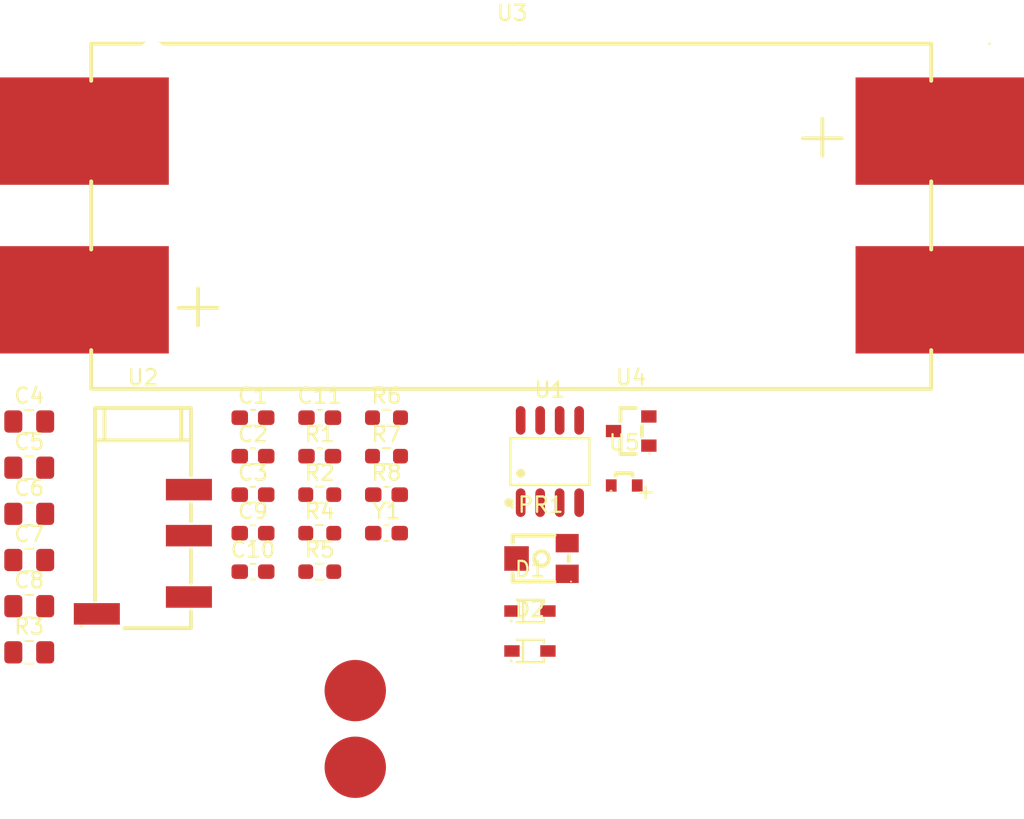
<source format=kicad_pcb>
(kicad_pcb (version 20221018) (generator pcbnew)
  (layers (0 "F.Cu" signal) (31 "B.Cu" signal) (34 "B.Paste" user) (35 "F.Paste" user) (36 "B.SilkS" user "B.Silkscreen") (37 "F.SilkS" user "F.Silkscreen") (38 "B.Mask" user) (39 "F.Mask" user) (44 "Edge.Cuts" user))
  (net 0 "")
  (net 1 "Net-(C1-Pad1)")
  (net 2 "GND")
  (net 3 "Net-(C2-Pad1)")
  (net 4 "Net-(D1-K)")
  (net 5 "Net-(C3-Pad2)")
  (net 6 "Net-(U1B-OUTB)")
  (net 7 "Net-(C4-Pad2)")
  (net 8 "+3V0")
  (net 9 "Net-(U1B-INB-)")
  (net 10 "Net-(U1A-INA-)")
  (net 11 "Net-(U1A-OUTA)")
  (net 12 "Net-(R3-Pad1)")
  (net 13 "+BATT")
  (net 14 "/mic")
  (net 15 "Net-(U5-A)")
  (net 16 "Net-(U3-Pad2)")
  (footprint "Capacitor_SMD:C_0603_1608Metric_Pad1.08x0.95mm_HandSolder" (layer "F.Cu") (at 97.474924 88.904974)
    (fp_text reference "C3" (at 0 -1.43) (layer "F.SilkS"))
    (fp_text value "1u")
    (fp_line (start -0.146267 -0.51) (end 0.146267 -0.51) (stroke (width 0.12)) (layer "F.SilkS"))
    (fp_line (start -0.146267 0.51) (end 0.146267 0.51) (stroke (width 0.12)) (layer "F.SilkS"))
    (pad "1" smd roundrect (at -0.8625 0) (size 1.075 0.95) (layers "F.Cu" "F.Paste" "F.Mask") (net 2 "GND"))
    (pad "2" smd roundrect (at 0.8625 0) (size 1.075 0.95) (layers "F.Cu" "F.Paste" "F.Mask") (net 5 "Net-(C3-Pad2)"))
  )
  (footprint "Capacitor_SMD:C_0805_2012Metric_Pad1.18x1.45mm_HandSolder" (layer "F.Cu") (at 82.894924 90.154974)
    (fp_text reference "C6" (at 0 -1.68) (layer "F.SilkS"))
    (fp_text value "47u")
    (fp_line (start -0.261252 -0.735) (end 0.261252 -0.735) (stroke (width 0.12)) (layer "F.SilkS"))
    (fp_line (start -0.261252 0.735) (end 0.261252 0.735) (stroke (width 0.12)) (layer "F.SilkS"))
    (pad "1" smd roundrect (at -1.0375 0) (size 1.175 1.45) (layers "F.Cu" "F.Paste" "F.Mask") (roundrect_rratio 0.212766) (net 6 "Net-(U1B-OUTB)"))
    (pad "2" smd roundrect (at 1.0375 0) (size 1.175 1.45) (layers "F.Cu" "F.Paste" "F.Mask") (roundrect_rratio 0.212766) (net 7 "Net-(C4-Pad2)"))
  )
  (footprint "footprint:AUDIO-SMD_PJ-320D" (layer "F.Cu") (at 90.299924 92.627002)
    (fp_text reference "U2" (at 0.005004 -11.370028) (layer "F.SilkS"))
    (fp_text value "PJ-320D")
    (fp_line (start -3.11999 -9.370028) (end -3.11999 3.189967) (stroke (width 0.254001)) (layer "F.SilkS"))
    (fp_line (start -3.11999 -9.370028) (end 3.129997 -9.370028) (stroke (width 0.254001)) (layer "F.SilkS"))
    (fp_line (start -2.5 -9.370028) (end -2.5 -7.264288) (stroke (width 0.254001)) (layer "F.SilkS"))
    (fp_line (start 2.499975 -7.264288) (end 2.499975 -9.370028) (stroke (width 0.254001)) (layer "F.SilkS"))
    (fp_line (start 3.129997 -9.370028) (end 3.129997 -4.981179) (stroke (width 0.254001)) (layer "F.SilkS"))
    (fp_line (start 3.129997 -7.264288) (end -3.11999 -7.264288) (stroke (width 0.254001)) (layer "F.SilkS"))
    (fp_line (start 3.129997 -3.118898) (end 3.129997 -1.981153) (stroke (width 0.254001)) (layer "F.SilkS"))
    (fp_line (start 3.129997 -0.118872) (end 3.129997 2.018847) (stroke (width 0.254001)) (layer "F.SilkS"))
    (fp_line (start 3.129997 3.881128) (end 3.129997 4.979959) (stroke (width 0.254001)) (layer "F.SilkS"))
    (fp_line (start 3.129997 4.979959) (end -1.210008 4.979959) (stroke (width 0.254001)) (layer "F.SilkS"))
    (fp_circle (center -4 4.849886) (end -3.970028 4.849886) (stroke (width 0.059995)) (fill none) (layer "F.SilkS"))
    (pad "" np_thru_hole circle (at 0 -5.549911) (size 1.2 1.2) (drill 1.2) (layers "*.Cu" "*.Mask"))
    (pad "" np_thru_hole circle (at 0 1.450089) (size 1.2 1.2) (drill 1.2) (layers "*.Cu" "*.Mask"))
    (pad "1" smd rect (at -3 4.050038) (size 3 1.4) (layers "F.Cu" "F.Paste" "F.Mask") (net 14 "/mic"))
    (pad "2" smd rect (at 3 -4.050038) (size 3 1.4) (layers "F.Cu" "F.Paste" "F.Mask") (net 2 "GND"))
    (pad "3" smd rect (at 3 -1.050038) (size 3 1.4) (layers "F.Cu" "F.Paste" "F.Mask") (net 7 "Net-(C4-Pad2)"))
    (pad "4" smd rect (at 3 2.949962) (size 3 1.4) (layers "F.Cu" "F.Paste" "F.Mask") (net 7 "Net-(C4-Pad2)"))
  )
  (footprint "Capacitor_SMD:C_0805_2012Metric_Pad1.18x1.45mm_HandSolder" (layer "F.Cu") (at 82.894924 84.134974)
    (fp_text reference "C4" (at 0 -1.68) (layer "F.SilkS"))
    (fp_text value "47u")
    (fp_line (start -0.261252 -0.735) (end 0.261252 -0.735) (stroke (width 0.12)) (layer "F.SilkS"))
    (fp_line (start -0.261252 0.735) (end 0.261252 0.735) (stroke (width 0.12)) (layer "F.SilkS"))
    (pad "1" smd roundrect (at -1.0375 0) (size 1.175 1.45) (layers "F.Cu" "F.Paste" "F.Mask") (roundrect_rratio 0.212766) (net 6 "Net-(U1B-OUTB)"))
    (pad "2" smd roundrect (at 1.0375 0) (size 1.175 1.45) (layers "F.Cu" "F.Paste" "F.Mask") (roundrect_rratio 0.212766) (net 7 "Net-(C4-Pad2)"))
  )
  (footprint "footprint:SOT-23_L2.9-W1.3-P1.90-LS2.4-BR" (layer "F.Cu") (at 122.119937 84.756974)
    (fp_text reference "U4" (at 0 -3.5) (layer "F.SilkS"))
    (fp_text value "AO3401A")
    (fp_line (start -0.7 -1.5) (end 0.300025 -1.5) (stroke (width 0.254001)) (layer "F.SilkS"))
    (fp_line (start -0.7 -0.635992) (end -0.7 -1.5) (stroke (width 0.254001)) (layer "F.SilkS"))
    (fp_line (start -0.7 1.5) (end -0.7 0.635992) (stroke (width 0.254001)) (layer "F.SilkS"))
    (fp_line (start -0.7 1.5) (end 0.300025 1.5) (stroke (width 0.254001)) (layer "F.SilkS"))
    (fp_line (start 0.7 0.31397) (end 0.7 -0.31397) (stroke (width 0.254001)) (layer "F.SilkS"))
    (fp_circle (center 1.2 1.449987) (end 1.229997 1.449987) (stroke (width 0.059995)) (fill none) (layer "F.SilkS"))
    (pad "1" smd rect (at 1.150013 0.950013 180) (size 1 0.8) (layers "F.Cu" "F.Paste" "F.Mask") (net 14 "/mic"))
    (pad "2" smd rect (at 1.150013 -0.950013 180) (size 1 0.8) (layers "F.Cu" "F.Paste" "F.Mask") (net 13 "+BATT"))
    (pad "3" smd rect (at -1.150013 -0.000051 180) (size 1 0.8) (layers "F.Cu" "F.Paste" "F.Mask") (net 8 "+3V0"))
  )
  (footprint "Capacitor_SMD:C_0603_1608Metric_Pad1.08x0.95mm_HandSolder" (layer "F.Cu") (at 97.474924 91.414974)
    (fp_text reference "C9" (at 0 -1.43) (layer "F.SilkS"))
    (fp_text value "1u")
    (fp_line (start -0.146267 -0.51) (end 0.146267 -0.51) (stroke (width 0.12)) (layer "F.SilkS"))
    (fp_line (start -0.146267 0.51) (end 0.146267 0.51) (stroke (width 0.12)) (layer "F.SilkS"))
    (pad "1" smd roundrect (at -0.8625 0) (size 1.075 0.95) (layers "F.Cu" "F.Paste" "F.Mask") (net 8 "+3V0"))
    (pad "2" smd roundrect (at 0.8625 0) (size 1.075 0.95) (layers "F.Cu" "F.Paste" "F.Mask") (net 2 "GND"))
  )
  (footprint "footprint:BAT-SMD_BH-AAA-B5AA001" (layer "F.Cu") (at 114.364968 70.7)
    (fp_text reference "U3" (at 0 -13.2) (layer "F.SilkS"))
    (fp_text value "BH-AAA-B5AK001")
    (fp_line (start -27.432029 -8.781153) (end -27.432029 -11.175997) (stroke (width 0.254001)) (layer "F.SilkS"))
    (fp_line (start -27.432029 2.218872) (end -27.432029 -2.218847) (stroke (width 0.254001)) (layer "F.SilkS"))
    (fp_line (start -27.432029 11.303048) (end -27.432029 8.781179) (stroke (width 0.254001)) (layer "F.SilkS"))
    (fp_line (start -24.209627 11.303048) (end -27.432029 11.303048) (stroke (width 0.254001)) (layer "F.SilkS"))
    (fp_line (start -21.740005 6.01999) (end -19.2 6.01999) (stroke (width 0.254001)) (layer "F.SilkS"))
    (fp_line (start -20.470003 4.749987) (end -20.470003 7.162992) (stroke (width 0.254001)) (layer "F.SilkS"))
    (fp_line (start 0.016053 -11.2) (end -27.432029 -11.2) (stroke (width 0.254001)) (layer "F.SilkS"))
    (fp_line (start 0.016053 -11.2) (end 27.30508 -11.2) (stroke (width 0.254001)) (layer "F.SilkS"))
    (fp_line (start 18.940005 -5.029997) (end 21.48001 -5.029997) (stroke (width 0.254001)) (layer "F.SilkS"))
    (fp_line (start 20.210008 -6.3) (end 20.210008 -3.886995) (stroke (width 0.254001)) (layer "F.SilkS"))
    (fp_line (start 27.304039 8.782449) (end 27.304039 11.309754) (stroke (width 0.254001)) (layer "F.SilkS"))
    (fp_line (start 27.304039 11.309754) (end -24.240284 11.309754) (stroke (width 0.254001)) (layer "F.SilkS"))
    (fp_line (start 27.30508 -11.2) (end 27.30508 -8.781153) (stroke (width 0.254001)) (layer "F.SilkS"))
    (fp_line (start 27.30508 -2.218847) (end 27.30508 2.218872) (stroke (width 0.254001)) (layer "F.SilkS"))
    (fp_circle (center 31.100076 -11.200025) (end 31.130048 -11.200025) (stroke (width 0.059995)) (fill none) (layer "F.SilkS"))
    (pad "" np_thru_hole circle (at -23.450089 -10.450013) (size 1.900025 1.900025) (drill 1.900025) (layers "*.Cu" "*.Mask"))
    (pad "1" smd rect (at 27.875032 -5.5) (size 11.000025 7.000025) (layers "F.Cu" "F.Paste" "F.Mask") (net 13 "+BATT"))
    (pad "2" smd rect (at -27.875032 -5.5) (size 11.000025 7.000025) (layers "F.Cu" "F.Paste" "F.Mask") (net 16 "Net-(U3-Pad2)"))
    (pad "3" smd rect (at -27.875032 5.5) (size 11.000025 7.000025) (layers "F.Cu" "F.Paste" "F.Mask") (net 16 "Net-(U3-Pad2)"))
    (pad "4" smd rect (at 27.875032 5.5) (size 11.000025 7.000025) (layers "F.Cu" "F.Paste" "F.Mask") (net 2 "GND"))
  )
  (footprint "Connector:PAD" (layer "F.Cu") (at 104.14 101.68)
    (fp_text reference "P1")
    (fp_text value "~" hide)
    (pad "1" smd oval (at 0 0) (size 4 4) (layers "F.Cu" "F.Paste" "F.Mask") (net 3 "Net-(C2-Pad1)"))
  )
  (footprint "Resistor_SMD:R_0603_1608Metric_Pad0.98x0.95mm_HandSolder" (layer "F.Cu") (at 101.824924 93.924974)
    (fp_text reference "R5" (at 0 -1.43) (layer "F.SilkS"))
    (fp_text value "100k")
    (fp_line (start -0.254724 -0.5225) (end 0.254724 -0.5225) (stroke (width 0.12)) (layer "F.SilkS"))
    (fp_line (start -0.254724 0.5225) (end 0.254724 0.5225) (stroke (width 0.12)) (layer "F.SilkS"))
    (pad "1" smd roundrect (at -0.9125 0) (size 0.975 0.95) (layers "F.Cu" "F.Paste" "F.Mask") (net 12 "Net-(R3-Pad1)"))
    (pad "2" smd roundrect (at 0.9125 0) (size 0.975 0.95) (layers "F.Cu" "F.Paste" "F.Mask") (net 2 "GND"))
  )
  (footprint "Capacitor_SMD:C_0603_1608Metric_Pad1.08x0.95mm_HandSolder" (layer "F.Cu") (at 97.474924 93.924974)
    (fp_text reference "C10" (at 0 -1.43) (layer "F.SilkS"))
    (fp_text value "100n")
    (fp_line (start -0.146267 -0.51) (end 0.146267 -0.51) (stroke (width 0.12)) (layer "F.SilkS"))
    (fp_line (start -0.146267 0.51) (end 0.146267 0.51) (stroke (width 0.12)) (layer "F.SilkS"))
    (pad "1" smd roundrect (at -0.8625 0) (size 1.075 0.95) (layers "F.Cu" "F.Paste" "F.Mask") (net 8 "+3V0"))
    (pad "2" smd roundrect (at 0.8625 0) (size 1.075 0.95) (layers "F.Cu" "F.Paste" "F.Mask") (net 2 "GND"))
  )
  (footprint "Connector:PAD" (layer "F.Cu") (at 104.14 106.68)
    (fp_text reference "P2")
    (fp_text value "~" hide)
    (pad "1" smd oval (at 0 0) (size 4 4) (layers "F.Cu" "F.Paste" "F.Mask") (net 2 "GND"))
  )
  (footprint "Capacitor_SMD:C_0603_1608Metric_Pad1.08x0.95mm_HandSolder" (layer "F.Cu") (at 101.824924 83.884974)
    (fp_text reference "C11" (at 0 -1.43) (layer "F.SilkS"))
    (fp_text value "10n")
    (fp_line (start -0.146267 -0.51) (end 0.146267 -0.51) (stroke (width 0.12)) (layer "F.SilkS"))
    (fp_line (start -0.146267 0.51) (end 0.146267 0.51) (stroke (width 0.12)) (layer "F.SilkS"))
    (pad "1" smd roundrect (at -0.8625 0) (size 1.075 0.95) (layers "F.Cu" "F.Paste" "F.Mask") (net 8 "+3V0"))
    (pad "2" smd roundrect (at 0.8625 0) (size 1.075 0.95) (layers "F.Cu" "F.Paste" "F.Mask") (net 2 "GND"))
  )
  (footprint "Resistor_SMD:R_0603_1608Metric_Pad0.98x0.95mm_HandSolder" (layer "F.Cu") (at 106.174924 83.884974)
    (fp_text reference "R6" (at 0 -1.43) (layer "F.SilkS"))
    (fp_text value "100k")
    (fp_line (start -0.254724 -0.5225) (end 0.254724 -0.5225) (stroke (width 0.12)) (layer "F.SilkS"))
    (fp_line (start -0.254724 0.5225) (end 0.254724 0.5225) (stroke (width 0.12)) (layer "F.SilkS"))
    (pad "1" smd roundrect (at -0.9125 0) (size 0.975 0.95) (layers "F.Cu" "F.Paste" "F.Mask") (net 13 "+BATT"))
    (pad "2" smd roundrect (at 0.9125 0) (size 0.975 0.95) (layers "F.Cu" "F.Paste" "F.Mask") (net 14 "/mic"))
  )
  (footprint "Capacitor_SMD:C_0603_1608Metric_Pad1.08x0.95mm_HandSolder" (layer "F.Cu") (at 97.474924 86.394974)
    (fp_text reference "C2" (at 0 -1.43) (layer "F.SilkS"))
    (fp_text value "100n")
    (fp_line (start -0.146267 -0.51) (end 0.146267 -0.51) (stroke (width 0.12)) (layer "F.SilkS"))
    (fp_line (start -0.146267 0.51) (end 0.146267 0.51) (stroke (width 0.12)) (layer "F.SilkS"))
    (pad "1" smd roundrect (at -0.8625 0) (size 1.075 0.95) (layers "F.Cu" "F.Paste" "F.Mask") (net 3 "Net-(C2-Pad1)"))
    (pad "2" smd roundrect (at 0.8625 0) (size 1.075 0.95) (layers "F.Cu" "F.Paste" "F.Mask") (net 4 "Net-(D1-K)"))
  )
  (footprint "Capacitor_SMD:C_0603_1608Metric_Pad1.08x0.95mm_HandSolder" (layer "F.Cu") (at 101.824924 86.394974)
    (fp_text reference "R1" (at 0 -1.43) (layer "F.SilkS"))
    (fp_text value "1M")
    (fp_line (start -0.146267 -0.51) (end 0.146267 -0.51) (stroke (width 0.12)) (layer "F.SilkS"))
    (fp_line (start -0.146267 0.51) (end 0.146267 0.51) (stroke (width 0.12)) (layer "F.SilkS"))
    (pad "1" smd roundrect (at -0.8625 0) (size 1.075 0.95) (layers "F.Cu" "F.Paste" "F.Mask") (net 10 "Net-(U1A-INA-)"))
    (pad "2" smd roundrect (at 0.8625 0) (size 1.075 0.95) (layers "F.Cu" "F.Paste" "F.Mask") (net 11 "Net-(U1A-OUTA)"))
  )
  (footprint "Resistor_SMD:R_0603_1608Metric_Pad0.98x0.95mm_HandSolder" (layer "F.Cu") (at 101.824924 88.904974)
    (fp_text reference "R2" (at 0 -1.43) (layer "F.SilkS"))
    (fp_text value "1k")
    (fp_line (start -0.254724 -0.5225) (end 0.254724 -0.5225) (stroke (width 0.12)) (layer "F.SilkS"))
    (fp_line (start -0.254724 0.5225) (end 0.254724 0.5225) (stroke (width 0.12)) (layer "F.SilkS"))
    (pad "1" smd roundrect (at -0.9125 0) (size 0.975 0.95) (layers "F.Cu" "F.Paste" "F.Mask") (net 10 "Net-(U1A-INA-)"))
    (pad "2" smd roundrect (at 0.9125 0) (size 0.975 0.95) (layers "F.Cu" "F.Paste" "F.Mask") (net 1 "Net-(C1-Pad1)"))
  )
  (footprint "Capacitor_SMD:C_0603_1608Metric_Pad1.08x0.95mm_HandSolder" (layer "F.Cu") (at 97.474924 83.884974)
    (fp_text reference "C1" (at 0 -1.43) (layer "F.SilkS"))
    (fp_text value "1u")
    (fp_line (start -0.146267 -0.51) (end 0.146267 -0.51) (stroke (width 0.12)) (layer "F.SilkS"))
    (fp_line (start -0.146267 0.51) (end 0.146267 0.51) (stroke (width 0.12)) (layer "F.SilkS"))
    (pad "1" smd roundrect (at -0.8625 0) (size 1.075 0.95) (layers "F.Cu" "F.Paste" "F.Mask") (net 1 "Net-(C1-Pad1)"))
    (pad "2" smd roundrect (at 0.8625 0) (size 1.075 0.95) (layers "F.Cu" "F.Paste" "F.Mask") (net 2 "GND"))
  )
  (footprint "footprint:RES-ADJ-SMD_VG039NCH" (layer "F.Cu") (at 116.299911 93.067101)
    (fp_text reference "PR1" (at -0.075083 -3.500127) (layer "F.SilkS"))
    (fp_text value "VG039NCHXTB204")
    (fp_line (start -1.900178 -1.500127) (end 0.818644 -1.500127) (stroke (width 0.254001)) (layer "F.SilkS"))
    (fp_line (start -1.900178 -1.031242) (end -1.900178 -1.500127) (stroke (width 0.254001)) (layer "F.SilkS"))
    (fp_line (start -1.900178 -1.031242) (end -1.900178 -1.500127) (stroke (width 0.254001)) (layer "F.SilkS"))
    (fp_line (start -1.900178 -1.031242) (end -1.900178 -1.500127) (stroke (width 0.254001)) (layer "F.SilkS"))
    (fp_line (start -1.900178 1.499873) (end -1.900178 1.031242) (stroke (width 0.254001)) (layer "F.SilkS"))
    (fp_line (start -1.900178 1.499873) (end -1.900178 1.031242) (stroke (width 0.254001)) (layer "F.SilkS"))
    (fp_line (start -1.900178 1.499873) (end -1.900178 1.031242) (stroke (width 0.254001)) (layer "F.SilkS"))
    (fp_line (start -0.100076 -1.500127) (end -1.900178 -1.500127) (stroke (width 0.254001)) (layer "F.SilkS"))
    (fp_line (start -0.100076 1.499873) (end -1.900178 1.499873) (stroke (width 0.254001)) (layer "F.SilkS"))
    (fp_line (start -0.100076 1.5) (end 0.818644 1.5) (stroke (width 0.254001)) (layer "F.SilkS"))
    (fp_line (start 1.750013 0.16891) (end 1.750013 -0.16891) (stroke (width 0.254001)) (layer "F.SilkS"))
    (fp_circle (center -0.024892 -0.000254) (end 0.450343 -0.000254) (stroke (width 0.254001)) (fill none) (layer "F.SilkS"))
    (fp_circle (center 1.898933 1.5) (end 1.928931 1.5) (stroke (width 0.059995)) (fill none) (layer "F.SilkS"))
    (pad "1" smd rect (at 1.649987 1 90) (size 1.199898 1.5) (layers "F.Cu" "F.Paste" "F.Mask") (net 5 "Net-(C3-Pad2)"))
    (pad "2" smd rect (at -1.649987 0 90) (size 1.6 1.6) (layers "F.Cu" "F.Paste" "F.Mask") (net 5 "Net-(C3-Pad2)"))
    (pad "3" smd rect (at 1.649987 -1 90) (size 1.199898 1.5) (layers "F.Cu" "F.Paste" "F.Mask") (net 9 "Net-(U1B-INB-)"))
  )
  (footprint "footprint:SOP-8_L4.9-W3.9-P1.27-LS6.0-BL" (layer "F.Cu") (at 116.822377 86.744973)
    (fp_text reference "U1" (at 0 -4.682499) (layer "F.SilkS"))
    (fp_text value "AD8552M_TR")
    (fp_line (start -2.5762 -1.521412) (end 2.5762 -1.521412) (stroke (width 0.1524)) (layer "F.SilkS"))
    (fp_line (start -2.5762 1.521412) (end -2.5762 -1.521412) (stroke (width 0.1524)) (layer "F.SilkS"))
    (fp_line (start 2.5762 -1.521412) (end 2.5762 1.521412) (stroke (width 0.1524)) (layer "F.SilkS"))
    (fp_line (start 2.5762 1.521412) (end -2.5762 1.521412) (stroke (width 0.1524)) (layer "F.SilkS"))
    (fp_circle (center -2.672339 2.682499) (end -2.522225 2.682499) (stroke (width 0.3)) (fill none) (layer "F.SilkS"))
    (fp_circle (center -2.450089 3) (end -2.420117 3) (stroke (width 0.059995)) (fill none) (layer "F.SilkS"))
    (fp_circle (center -1.905004 0.769114) (end -1.75489 0.769114) (stroke (width 0.3)) (fill none) (layer "F.SilkS"))
    (pad "1" smd oval (at -1.905004 2.682499) (size 0.629997 1.864999) (layers "F.Cu" "F.Paste" "F.Mask") (net 11 "Net-(U1A-OUTA)"))
    (pad "2" smd oval (at -0.635001 2.682499) (size 0.629997 1.864999) (layers "F.Cu" "F.Paste" "F.Mask") (net 10 "Net-(U1A-INA-)"))
    (pad "3" smd oval (at 0.635001 2.682499) (size 0.629997 1.864999) (layers "F.Cu" "F.Paste" "F.Mask") (net 4 "Net-(D1-K)"))
    (pad "4" smd oval (at 1.905004 2.682499) (size 0.629997 1.864999) (layers "F.Cu" "F.Paste" "F.Mask") (net 2 "GND"))
    (pad "5" smd oval (at 1.905004 -2.682499) (size 0.629997 1.864999) (layers "F.Cu" "F.Paste" "F.Mask") (net 11 "Net-(U1A-OUTA)"))
    (pad "6" smd oval (at 0.635001 -2.682499) (size 0.629997 1.864999) (layers "F.Cu" "F.Paste" "F.Mask") (net 9 "Net-(U1B-INB-)"))
    (pad "7" smd oval (at -0.635001 -2.682499) (size 0.629997 1.864999) (layers "F.Cu" "F.Paste" "F.Mask") (net 6 "Net-(U1B-OUTB)"))
    (pad "8" smd oval (at -1.905004 -2.682499) (size 0.629997 1.864999) (layers "F.Cu" "F.Paste" "F.Mask") (net 8 "+3V0"))
  )
  (footprint "Resistor_SMD:R_0603_1608Metric_Pad0.98x0.95mm_HandSolder" (layer "F.Cu") (at 106.174924 86.394974)
    (fp_text reference "R7" (at 0 -1.43) (layer "F.SilkS"))
    (fp_text value "R")
    (fp_line (start -0.254724 -0.5225) (end 0.254724 -0.5225) (stroke (width 0.12)) (layer "F.SilkS"))
    (fp_line (start -0.254724 0.5225) (end 0.254724 0.5225) (stroke (width 0.12)) (layer "F.SilkS"))
    (pad "1" smd roundrect (at -0.9125 0) (size 0.975 0.95) (layers "F.Cu" "F.Paste" "F.Mask") (net 9 "Net-(U1B-INB-)"))
    (pad "2" smd roundrect (at 0.9125 0) (size 0.975 0.95) (layers "F.Cu" "F.Paste" "F.Mask") (net 6 "Net-(U1B-OUTB)"))
  )
  (footprint "footprint:SOD-323_L1.8-W1.3-LS2.5-RD" (layer "F.Cu") (at 115.522517 96.492387)
    (fp_text reference "D1" (at 0 -2.726213) (layer "F.SilkS"))
    (fp_text value "1N4148WS_T4")
    (fp_line (start -0.851207 -0.726213) (end 0.901245 -0.726213) (stroke (width 0.1524)) (layer "F.SilkS"))
    (fp_line (start -0.851207 0.726213) (end 0.901245 0.726213) (stroke (width 0.1524)) (layer "F.SilkS"))
    (fp_line (start -0.446761 -0.726213) (end -0.446761 0.726213) (stroke (width 0.1524)) (layer "F.SilkS"))
    (fp_line (start 0.901245 -0.726213) (end 0.901245 -0.529997) (stroke (width 0.151994)) (layer "F.SilkS"))
    (fp_line (start 0.901245 0.726213) (end 0.901245 0.51999) (stroke (width 0.151994)) (layer "F.SilkS"))
    (fp_circle (center -1.224968 0.650013) (end -1.194971 0.650013) (stroke (width 0.059995)) (fill none) (layer "F.SilkS"))
    (pad "1" smd rect (at -1.172593 0) (size 1 0.750013) (layers "F.Cu" "F.Paste" "F.Mask") (net 4 "Net-(D1-K)"))
    (pad "2" smd rect (at 1.172593 0) (size 1 0.750013) (layers "F.Cu" "F.Paste" "F.Mask") (net 2 "GND"))
  )
  (footprint "Capacitor_SMD:C_0603_1608Metric_Pad1.08x0.95mm_HandSolder" (layer "F.Cu") (at 106.174924 91.414974)
    (fp_text reference "Y1" (at 0 -1.43) (layer "F.SilkS"))
    (fp_text value "Crystal")
    (fp_line (start -0.146267 -0.51) (end 0.146267 -0.51) (stroke (width 0.12)) (layer "F.SilkS"))
    (fp_line (start -0.146267 0.51) (end 0.146267 0.51) (stroke (width 0.12)) (layer "F.SilkS"))
    (pad "1" smd roundrect (at -0.8625 0) (size 1.075 0.95) (layers "F.Cu" "F.Paste" "F.Mask") (net 2 "GND"))
    (pad "2" smd roundrect (at 0.8625 0) (size 1.075 0.95) (layers "F.Cu" "F.Paste" "F.Mask") (net 3 "Net-(C2-Pad1)"))
  )
  (footprint "Capacitor_SMD:C_0805_2012Metric_Pad1.18x1.45mm_HandSolder" (layer "F.Cu") (at 82.894924 96.174974)
    (fp_text reference "C8" (at 0 -1.68) (layer "F.SilkS"))
    (fp_text value "47u")
    (fp_line (start -0.261252 -0.735) (end 0.261252 -0.735) (stroke (width 0.12)) (layer "F.SilkS"))
    (fp_line (start -0.261252 0.735) (end 0.261252 0.735) (stroke (width 0.12)) (layer "F.SilkS"))
    (pad "1" smd roundrect (at -1.0375 0) (size 1.175 1.45) (layers "F.Cu" "F.Paste" "F.Mask") (roundrect_rratio 0.212766) (net 8 "+3V0"))
    (pad "2" smd roundrect (at 1.0375 0) (size 1.175 1.45) (layers "F.Cu" "F.Paste" "F.Mask") (roundrect_rratio 0.212766) (net 2 "GND"))
  )
  (footprint "footprint:LED-SMD_L1.7-W1.1-RD_RED-SIDE" (layer "F.Cu") (at 121.666508 88.306999)
    (fp_text reference "U5" (at 0 -2.800025) (layer "F.SilkS"))
    (fp_text value "XL-1606SURC")
    (fp_text user "+" (at 1.397003 0.381001) (layer "F.SilkS"))
    (fp_line (start -0.508001 -0.800025) (end -0.565304 -0.631013) (stroke (width 0.254001)) (layer "F.SilkS"))
    (fp_line (start -0.508001 -0.800025) (end 0.508001 -0.8) (stroke (width 0.254001)) (layer "F.SilkS"))
    (fp_line (start 0.508001 -0.8) (end 0.559131 -0.631039) (stroke (width 0.254001)) (layer "F.SilkS"))
    (fp_circle (center -0.859538 0.363983) (end -0.829566 0.363983) (stroke (width 0.059995)) (fill none) (layer "F.SilkS"))
    (pad "1" smd rect (at -0.846584 0 90) (size 0.8 0.7) (layers "F.Cu" "F.Paste" "F.Mask") (net 2 "GND"))
    (pad "2" smd rect (at 0.846584 0 90) (size 0.8 0.7) (layers "F.Cu" "F.Paste" "F.Mask") (net 15 "Net-(U5-A)"))
  )
  (footprint "Capacitor_SMD:C_0805_2012Metric_Pad1.18x1.45mm_HandSolder" (layer "F.Cu") (at 82.894924 87.144974)
    (fp_text reference "C5" (at 0 -1.68) (layer "F.SilkS"))
    (fp_text value "47u")
    (fp_line (start -0.261252 -0.735) (end 0.261252 -0.735) (stroke (width 0.12)) (layer "F.SilkS"))
    (fp_line (start -0.261252 0.735) (end 0.261252 0.735) (stroke (width 0.12)) (layer "F.SilkS"))
    (pad "1" smd roundrect (at -1.0375 0) (size 1.175 1.45) (layers "F.Cu" "F.Paste" "F.Mask") (roundrect_rratio 0.212766) (net 6 "Net-(U1B-OUTB)"))
    (pad "2" smd roundrect (at 1.0375 0) (size 1.175 1.45) (layers "F.Cu" "F.Paste" "F.Mask") (roundrect_rratio 0.212766) (net 7 "Net-(C4-Pad2)"))
  )
  (footprint "Capacitor_SMD:C_0603_1608Metric_Pad1.08x0.95mm_HandSolder" (layer "F.Cu") (at 106.174924 88.904974)
    (fp_text reference "R8" (at 0 -1.43) (layer "F.SilkS"))
    (fp_text value "R")
    (fp_line (start -0.146267 -0.51) (end 0.146267 -0.51) (stroke (width 0.12)) (layer "F.SilkS"))
    (fp_line (start -0.146267 0.51) (end 0.146267 0.51) (stroke (width 0.12)) (layer "F.SilkS"))
    (pad "1" smd roundrect (at -0.8625 0) (size 1.075 0.95) (layers "F.Cu" "F.Paste" "F.Mask") (net 8 "+3V0"))
    (pad "2" smd roundrect (at 0.8625 0) (size 1.075 0.95) (layers "F.Cu" "F.Paste" "F.Mask") (net 15 "Net-(U5-A)"))
  )
  (footprint "Capacitor_SMD:C_0805_2012Metric_Pad1.18x1.45mm_HandSolder" (layer "F.Cu") (at 82.894924 99.184974)
    (fp_text reference "R3" (at 0 -1.68) (layer "F.SilkS"))
    (fp_text value "1M")
    (fp_line (start -0.261252 -0.735) (end 0.261252 -0.735) (stroke (width 0.12)) (layer "F.SilkS"))
    (fp_line (start -0.261252 0.735) (end 0.261252 0.735) (stroke (width 0.12)) (layer "F.SilkS"))
    (pad "1" smd roundrect (at -1.0375 0) (size 1.175 1.45) (layers "F.Cu" "F.Paste" "F.Mask") (roundrect_rratio 0.212766) (net 12 "Net-(R3-Pad1)"))
    (pad "2" smd roundrect (at 1.0375 0) (size 1.175 1.45) (layers "F.Cu" "F.Paste" "F.Mask") (roundrect_rratio 0.212766) (net 4 "Net-(D1-K)"))
  )
  (footprint "Capacitor_SMD:C_0805_2012Metric_Pad1.18x1.45mm_HandSolder" (layer "F.Cu") (at 82.894924 93.164974)
    (fp_text reference "C7" (at 0 -1.68) (layer "F.SilkS"))
    (fp_text value "47u")
    (fp_line (start -0.261252 -0.735) (end 0.261252 -0.735) (stroke (width 0.12)) (layer "F.SilkS"))
    (fp_line (start -0.261252 0.735) (end 0.261252 0.735) (stroke (width 0.12)) (layer "F.SilkS"))
    (pad "1" smd roundrect (at -1.0375 0) (size 1.175 1.45) (layers "F.Cu" "F.Paste" "F.Mask") (roundrect_rratio 0.212766) (net 7 "Net-(C4-Pad2)"))
    (pad "2" smd roundrect (at 1.0375 0) (size 1.175 1.45) (layers "F.Cu" "F.Paste" "F.Mask") (roundrect_rratio 0.212766) (net 6 "Net-(U1B-OUTB)"))
  )
  (footprint "Resistor_SMD:R_0603_1608Metric_Pad0.98x0.95mm_HandSolder" (layer "F.Cu") (at 101.824924 91.414974)
    (fp_text reference "R4" (at 0 -1.43) (layer "F.SilkS"))
    (fp_text value "100k")
    (fp_line (start -0.254724 -0.5225) (end 0.254724 -0.5225) (stroke (width 0.12)) (layer "F.SilkS"))
    (fp_line (start -0.254724 0.5225) (end 0.254724 0.5225) (stroke (width 0.12)) (layer "F.SilkS"))
    (pad "1" smd roundrect (at -0.9125 0) (size 0.975 0.95) (layers "F.Cu" "F.Paste" "F.Mask") (net 8 "+3V0"))
    (pad "2" smd roundrect (at 0.9125 0) (size 0.975 0.95) (layers "F.Cu" "F.Paste" "F.Mask") (net 12 "Net-(R3-Pad1)"))
  )
  (footprint "footprint:SOD-323_L1.8-W1.3-LS2.5-RD" (layer "F.Cu") (at 115.522517 99.097213)
    (fp_text reference "D2" (at 0 -2.726213) (layer "F.SilkS"))
    (fp_text value "1N4148WS_T4")
    (fp_line (start -0.851207 -0.726213) (end 0.901245 -0.726213) (stroke (width 0.1524)) (layer "F.SilkS"))
    (fp_line (start -0.851207 0.726213) (end 0.901245 0.726213) (stroke (width 0.1524)) (layer "F.SilkS"))
    (fp_line (start -0.446761 -0.726213) (end -0.446761 0.726213) (stroke (width 0.1524)) (layer "F.SilkS"))
    (fp_line (start 0.901245 -0.726213) (end 0.901245 -0.529997) (stroke (width 0.151994)) (layer "F.SilkS"))
    (fp_line (start 0.901245 0.726213) (end 0.901245 0.51999) (stroke (width 0.151994)) (layer "F.SilkS"))
    (fp_circle (center -1.224968 0.650013) (end -1.194971 0.650013) (stroke (width 0.059995)) (fill none) (layer "F.SilkS"))
    (pad "1" smd rect (at -1.172593 0) (size 1 0.750013) (layers "F.Cu" "F.Paste" "F.Mask") (net 8 "+3V0"))
    (pad "2" smd rect (at 1.172593 0) (size 1 0.750013) (layers "F.Cu" "F.Paste" "F.Mask") (net 4 "Net-(D1-K)"))
  )
)
</source>
